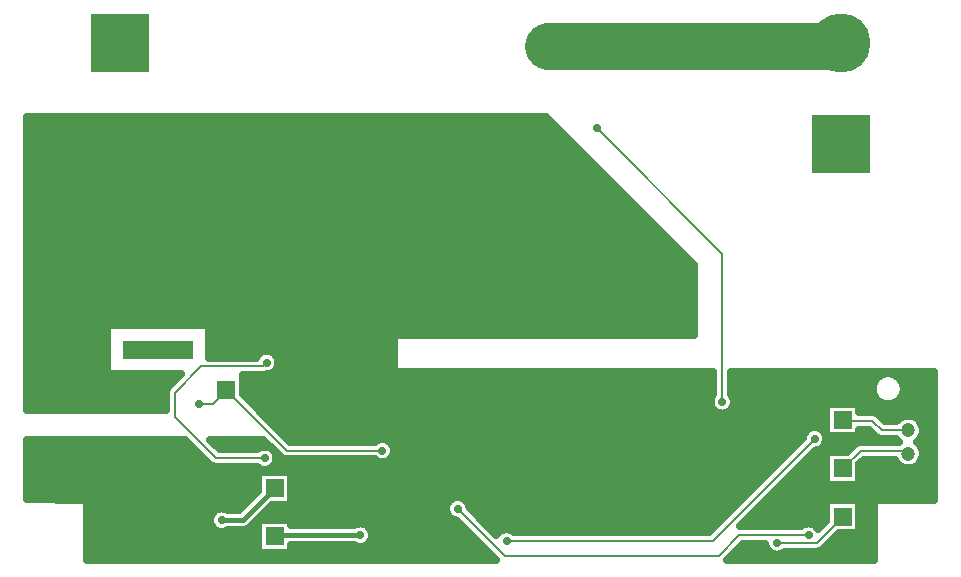
<source format=gbr>
G04 DipTrace 3.2.0.0*
G04 shoulder_mc_pcb_Bottom.gbr*
%MOMM*%
G04 #@! TF.FileFunction,Copper,L2,Bot*
G04 #@! TF.Part,Single*
G04 #@! TA.AperFunction,Conductor*
%ADD14C,0.4*%
%ADD15C,0.2*%
G04 #@! TA.AperFunction,ViaPad*
%ADD16C,2.0*%
G04 #@! TA.AperFunction,Conductor*
%ADD18C,4.0*%
%ADD19C,1.5*%
G04 #@! TA.AperFunction,CopperBalancing*
%ADD20C,0.635*%
%ADD21R,1.5X1.5*%
G04 #@! TA.AperFunction,ComponentPad*
%ADD23C,1.5*%
%ADD28R,1.2X1.2*%
%ADD29C,1.2*%
%ADD30R,5.0X5.0*%
%ADD31C,5.0*%
G04 #@! TA.AperFunction,ViaPad*
%ADD42C,0.7*%
%FSLAX35Y35*%
G04*
G71*
G90*
G75*
G01*
G04 Bottom*
%LPD*%
X1809560Y492073D2*
D14*
X1990823D1*
X2260000Y761250D1*
X7622377Y1253500D2*
D15*
X7398373D1*
X7318373Y1333500D1*
X7076500D1*
X7070000Y1340000D1*
X2984500Y365127D2*
D14*
X2267877D1*
X2260000Y357250D1*
X4572000Y4508500D2*
D18*
X7028500D1*
X7050000Y4530000D1*
X4222750Y317500D2*
D15*
X5967500D1*
X6830000Y1180000D1*
X6510000Y300000D2*
X6850000D1*
X7070000Y520000D1*
X2174647Y1015893D2*
X1761940D1*
X1412727Y1365107D1*
Y1571460D1*
X1634953Y1793687D1*
X2158773D1*
X2190520Y1825433D1*
X1047750Y1936750D2*
D19*
X1492250D1*
X6048373Y1492250D2*
D15*
Y2746377D1*
X4984750Y3810000D1*
X1619250Y1476377D2*
X1736377D1*
X1850000Y1590000D1*
X3170000Y1080000D2*
X2360000D1*
X1850000Y1590000D1*
X7070000Y930000D2*
X7219500Y1079500D1*
X7596377D1*
X7622377Y1053500D1*
X6778623Y365127D2*
X6191250D1*
X6016623Y190500D1*
X4206413D1*
X3809600Y587313D1*
D42*
X1619250Y1476377D3*
X6830000Y1180000D3*
X3170000Y1080000D3*
X4222750Y317500D3*
X6510000Y300000D3*
X1809560Y492073D3*
X2984500Y365127D3*
X6778623D3*
X3809600Y587313D3*
X2794000Y1270000D3*
X6048373Y1492250D3*
X4984750Y3810000D3*
X2174647Y1015893D3*
X2190520Y1825433D3*
X1381123Y1031877D3*
D16*
X4127067Y2381000D3*
X5539793Y2412747D3*
X4572000Y4508500D3*
D42*
X2508250Y1873250D3*
X2635250Y539750D3*
X4857750Y460377D3*
X5207000Y539750D3*
X5699123Y619127D3*
X6175373Y1016000D3*
X2476500Y1174750D3*
X165100Y3842083D2*
D20*
X4615673D1*
X165100Y3778917D2*
X4678840D1*
X165100Y3715750D2*
X4742003D1*
X165100Y3652583D2*
X4805167D1*
X165100Y3589417D2*
X4868330D1*
X165100Y3526250D2*
X4931497D1*
X165100Y3463083D2*
X4994660D1*
X165100Y3399917D2*
X5057823D1*
X165100Y3336750D2*
X5120987D1*
X165100Y3273583D2*
X5184150D1*
X165100Y3210417D2*
X5247317D1*
X165100Y3147250D2*
X5310480D1*
X165100Y3084083D2*
X5373643D1*
X165100Y3020917D2*
X5436807D1*
X165100Y2957750D2*
X5499970D1*
X165100Y2894583D2*
X5563137D1*
X165100Y2831417D2*
X5626300D1*
X165100Y2768250D2*
X5689463D1*
X165100Y2705083D2*
X5752627D1*
X165100Y2641917D2*
X5803943D1*
X165100Y2578750D2*
X5803943D1*
X165100Y2515583D2*
X5803943D1*
X165100Y2452417D2*
X5803943D1*
X165100Y2389250D2*
X5803943D1*
X165100Y2326083D2*
X5803943D1*
X165100Y2262917D2*
X5803943D1*
X165100Y2199750D2*
X5803943D1*
X165100Y2136583D2*
X832120D1*
X1707880D2*
X5803943D1*
X165100Y2073417D2*
X832120D1*
X1707880D2*
X5803943D1*
X165100Y2010250D2*
X832120D1*
X1707880D2*
X3263890D1*
X165100Y1947083D2*
X832120D1*
X1707880D2*
X3263800D1*
X165100Y1883917D2*
X832120D1*
X1707880D2*
X2103970D1*
X2277087D2*
X3263710D1*
X165100Y1820750D2*
X832120D1*
X2296043D2*
X3263617D1*
X165100Y1757583D2*
X832120D1*
X2269337D2*
X3270817D1*
X165100Y1694417D2*
X1424293D1*
X1995627D2*
X5967733D1*
X6129000D2*
X7350233D1*
X7554520D2*
X7835857D1*
X165100Y1631250D2*
X1361130D1*
X1995627D2*
X5967733D1*
X6129000D2*
X7316873D1*
X7587880D2*
X7835857D1*
X165100Y1568083D2*
X1332053D1*
X1995627D2*
X5967733D1*
X6129000D2*
X7318787D1*
X7585967D2*
X7835857D1*
X165100Y1504917D2*
X1332053D1*
X2046487D2*
X5943580D1*
X6153243D2*
X7358163D1*
X7546590D2*
X7835857D1*
X165100Y1441750D2*
X1332053D1*
X2109650D2*
X5956520D1*
X6140210D2*
X6924400D1*
X7215640D2*
X7835857D1*
X2172813Y1378583D2*
X6924400D1*
X7384717D2*
X7835857D1*
X2235980Y1315417D2*
X6924400D1*
X7736540D2*
X7835857D1*
X2299143Y1252250D2*
X6755507D1*
X7215640D2*
X7288253D1*
X7753037D2*
X7835857D1*
X2362307Y1189083D2*
X6724790D1*
X6935183D2*
X7354970D1*
X7734990D2*
X7835857D1*
X165147Y1125917D2*
X1540507D1*
X1763297D2*
X2202680D1*
X3264377D2*
X6664543D1*
X6919600D2*
X7154543D1*
X7729703D2*
X7835857D1*
X165147Y1062750D2*
X1603670D1*
X3274130D2*
X6601377D1*
X6824170D2*
X6924400D1*
X7752670D2*
X7835857D1*
X165147Y999583D2*
X1666833D1*
X2278910D2*
X3105387D1*
X3234573D2*
X6538213D1*
X6761003D2*
X6924400D1*
X7251003D2*
X7503997D1*
X7740730D2*
X7835857D1*
X165147Y936417D2*
X2108800D1*
X2240537D2*
X6475050D1*
X6697840D2*
X6924400D1*
X7215640D2*
X7574360D1*
X7670457D2*
X7835857D1*
X165147Y873250D2*
X2114360D1*
X2405600D2*
X6411793D1*
X6634677D2*
X6924400D1*
X7215640D2*
X7835857D1*
X165147Y810083D2*
X2114360D1*
X2405600D2*
X6348630D1*
X6571513D2*
X6924400D1*
X7215640D2*
X7835857D1*
X165147Y746917D2*
X2114360D1*
X2405600D2*
X6285467D1*
X6508350D2*
X7835857D1*
X165147Y683750D2*
X2056937D1*
X2405600D2*
X3779593D1*
X3839600D2*
X6222303D1*
X6445183D2*
X7835857D1*
X673100Y620583D2*
X1993773D1*
X2244910D2*
X3709687D1*
X3909507D2*
X6159137D1*
X6382020D2*
X6924400D1*
X7215640D2*
X7327900D1*
X673100Y557417D2*
X1728447D1*
X2181747D2*
X3708590D1*
X3950887D2*
X6095973D1*
X6318857D2*
X6924400D1*
X7215640D2*
X7327900D1*
X673100Y494250D2*
X1703930D1*
X2405600D2*
X3768657D1*
X4014053D2*
X6032810D1*
X6255693D2*
X6924400D1*
X7215640D2*
X7327900D1*
X673100Y431083D2*
X1724893D1*
X2055327D2*
X2114360D1*
X3065040D2*
X3854423D1*
X4077217D2*
X5969647D1*
X7215640D2*
X7327900D1*
X673100Y367917D2*
X2114360D1*
X3090107D2*
X3917590D1*
X7029337D2*
X7327900D1*
X673100Y304750D2*
X2114360D1*
X3069690D2*
X3980753D1*
X6966173D2*
X7327900D1*
X673100Y241583D2*
X2114360D1*
X2405600D2*
X4043917D1*
X6179130D2*
X6423370D1*
X6902280D2*
X7327900D1*
X673100Y178417D2*
X4107080D1*
X6115967D2*
X7327900D1*
X2144043Y900540D2*
X2399290D1*
Y621960D1*
X2239877D1*
X2045567Y427980D1*
X2034863Y420203D1*
X2023080Y414200D1*
X2010500Y410113D1*
X1997437Y408043D1*
X1862033Y407783D1*
X1847557Y400340D1*
X1832740Y395527D1*
X1817350Y393090D1*
X1801770D1*
X1786380Y395527D1*
X1771563Y400340D1*
X1757680Y407413D1*
X1745077Y416573D1*
X1734060Y427590D1*
X1724900Y440193D1*
X1717827Y454077D1*
X1713013Y468893D1*
X1710577Y484283D1*
Y499863D1*
X1713013Y515253D1*
X1717827Y530070D1*
X1724900Y543953D1*
X1734060Y556557D1*
X1745077Y567573D1*
X1757680Y576733D1*
X1771563Y583807D1*
X1786380Y588620D1*
X1801770Y591057D1*
X1817350D1*
X1832740Y588620D1*
X1847557Y583807D1*
X1861970Y576377D1*
X1955850Y576363D1*
X2120767Y741223D1*
X2120710Y900540D1*
X2144043D1*
X861793Y2146040D2*
X1701540D1*
Y1867953D1*
X2100800Y1867977D1*
X2110193Y1883793D1*
X2120310Y1895643D1*
X2132160Y1905760D1*
X2145443Y1913900D1*
X2159837Y1919863D1*
X2174987Y1923500D1*
X2190520Y1924723D1*
X2206053Y1923500D1*
X2221203Y1919863D1*
X2235597Y1913900D1*
X2248880Y1905760D1*
X2260730Y1895643D1*
X2270847Y1883793D1*
X2278987Y1870510D1*
X2284950Y1856117D1*
X2288587Y1840967D1*
X2289810Y1825433D1*
X2288587Y1809900D1*
X2284950Y1794750D1*
X2278987Y1780357D1*
X2270847Y1767073D1*
X2260730Y1755223D1*
X2248880Y1745107D1*
X2235597Y1736967D1*
X2221203Y1731003D1*
X2206053Y1727367D1*
X2189760Y1726173D1*
X2176117Y1721450D1*
X2164603Y1719627D1*
X1989333Y1719397D1*
X1989290Y1555840D1*
X2390740Y1154323D1*
X3104207Y1154290D1*
X3118120Y1164660D1*
X3132003Y1171733D1*
X3146820Y1176547D1*
X3162210Y1178983D1*
X3177790D1*
X3193180Y1176547D1*
X3207997Y1171733D1*
X3221880Y1164660D1*
X3234483Y1155500D1*
X3245500Y1144483D1*
X3254660Y1131880D1*
X3261733Y1117997D1*
X3266547Y1103180D1*
X3268983Y1087790D1*
Y1072210D1*
X3266547Y1056820D1*
X3261733Y1042003D1*
X3254660Y1028120D1*
X3245500Y1015517D1*
X3234483Y1004500D1*
X3221880Y995340D1*
X3207997Y988267D1*
X3193180Y983453D1*
X3177790Y981017D1*
X3162210D1*
X3146820Y983453D1*
X3132003Y988267D1*
X3118120Y995340D1*
X3104197Y1005720D1*
X2354170Y1005940D1*
X2342657Y1007763D1*
X2331570Y1011363D1*
X2321183Y1016657D1*
X2311753Y1023510D1*
X2160200Y1174737D1*
X1708163Y1174750D1*
X1792727Y1090167D1*
X2108750Y1090183D1*
X2122767Y1100553D1*
X2136650Y1107627D1*
X2151467Y1112440D1*
X2166857Y1114877D1*
X2182437D1*
X2197827Y1112440D1*
X2212643Y1107627D1*
X2226527Y1100553D1*
X2239130Y1091393D1*
X2250147Y1080377D1*
X2259307Y1067773D1*
X2266380Y1053890D1*
X2271193Y1039073D1*
X2273630Y1023683D1*
Y1008103D1*
X2271193Y992713D1*
X2266380Y977897D1*
X2259307Y964013D1*
X2250147Y951410D1*
X2239130Y940393D1*
X2226527Y931233D1*
X2212643Y924160D1*
X2197827Y919347D1*
X2182437Y916910D1*
X2166857D1*
X2151467Y919347D1*
X2136650Y924160D1*
X2122767Y931233D1*
X2108843Y941613D1*
X1756110Y941833D1*
X1744597Y943657D1*
X1733510Y947257D1*
X1723123Y952550D1*
X1713693Y959403D1*
X1560917Y1111853D1*
X1498077Y1174693D1*
X158683Y1174750D1*
X158750Y666827D1*
X637490Y666653D1*
X644810Y665197D1*
X651590Y662070D1*
X657450Y657450D1*
X662070Y651590D1*
X665197Y644810D1*
X666653Y637490D1*
X666750Y158763D1*
X4133087Y158750D1*
X3803597Y488253D1*
X3786420Y490767D1*
X3771603Y495580D1*
X3757720Y502653D1*
X3745117Y511813D1*
X3734100Y522830D1*
X3724940Y535433D1*
X3717867Y549317D1*
X3713053Y564133D1*
X3710617Y579523D1*
Y595103D1*
X3713053Y610493D1*
X3717867Y625310D1*
X3724940Y639193D1*
X3734100Y651797D1*
X3745117Y662813D1*
X3757720Y671973D1*
X3771603Y679047D1*
X3786420Y683860D1*
X3801810Y686297D1*
X3817390D1*
X3832780Y683860D1*
X3847597Y679047D1*
X3861480Y671973D1*
X3874083Y662813D1*
X3885100Y651797D1*
X3894260Y639193D1*
X3901333Y625310D1*
X3906147Y610493D1*
X3908653Y593307D1*
X4136107Y365867D1*
X4142423Y375860D1*
X4152540Y387710D1*
X4164390Y397827D1*
X4177673Y405967D1*
X4192067Y411930D1*
X4207217Y415567D1*
X4222750Y416790D1*
X4238283Y415567D1*
X4253433Y411930D1*
X4267827Y405967D1*
X4281110Y397827D1*
X4288553Y391780D1*
X5936747Y391790D1*
X6730840Y1185903D1*
X6733453Y1203180D1*
X6738267Y1217997D1*
X6745340Y1231880D1*
X6754500Y1244483D1*
X6765517Y1255500D1*
X6778120Y1264660D1*
X6792003Y1271733D1*
X6806820Y1276547D1*
X6822210Y1278983D1*
X6837790D1*
X6853180Y1276547D1*
X6867997Y1271733D1*
X6881880Y1264660D1*
X6894483Y1255500D1*
X6905500Y1244483D1*
X6914660Y1231880D1*
X6921733Y1217997D1*
X6926547Y1203180D1*
X6928983Y1187790D1*
Y1172210D1*
X6926547Y1156820D1*
X6921733Y1142003D1*
X6914660Y1128120D1*
X6905500Y1115517D1*
X6894483Y1104500D1*
X6881880Y1095340D1*
X6867997Y1088267D1*
X6853180Y1083453D1*
X6835993Y1080947D1*
X6194530Y439467D1*
X6712697Y439417D1*
X6726743Y449787D1*
X6740627Y456860D1*
X6755443Y461673D1*
X6770833Y464110D1*
X6786413D1*
X6801803Y461673D1*
X6816620Y456860D1*
X6830503Y449787D1*
X6843107Y440627D1*
X6854123Y429610D1*
X6862757Y417790D1*
X6930687Y485750D1*
X6930710Y659290D1*
X7209290D1*
Y380710D1*
X7035840D1*
X6898247Y243510D1*
X6888817Y236657D1*
X6878430Y231363D1*
X6867343Y227763D1*
X6855830Y225940D1*
X6640000Y225710D1*
X6575923D1*
X6561880Y215340D1*
X6547997Y208267D1*
X6533180Y203453D1*
X6517790Y201017D1*
X6502210D1*
X6486820Y203453D1*
X6472003Y208267D1*
X6458120Y215340D1*
X6445517Y224500D1*
X6434500Y235517D1*
X6425340Y248120D1*
X6418267Y262003D1*
X6413453Y276820D1*
X6411177Y290850D1*
X6221997Y290837D1*
X6089940Y158753D1*
X7334310Y158750D1*
X7334640Y639967D1*
X7336667Y647150D1*
X7340313Y653663D1*
X7345380Y659143D1*
X7351587Y663290D1*
X7358587Y665873D1*
X7366000Y666750D1*
X7842237D1*
X7842250Y1746160D1*
X6122657Y1746233D1*
X6122663Y1558110D1*
X6133033Y1544130D1*
X6140107Y1530247D1*
X6144920Y1515430D1*
X6147357Y1500040D1*
Y1484460D1*
X6144920Y1469070D1*
X6140107Y1454253D1*
X6133033Y1440370D1*
X6123873Y1427767D1*
X6112857Y1416750D1*
X6100253Y1407590D1*
X6086370Y1400517D1*
X6071553Y1395703D1*
X6056163Y1393267D1*
X6040583D1*
X6025193Y1395703D1*
X6010377Y1400517D1*
X5996493Y1407590D1*
X5983890Y1416750D1*
X5972873Y1427767D1*
X5963713Y1440370D1*
X5956640Y1454253D1*
X5951827Y1469070D1*
X5949390Y1484460D1*
Y1500040D1*
X5951827Y1515430D1*
X5956640Y1530247D1*
X5963713Y1544130D1*
X5974093Y1558053D1*
X5974083Y1746273D1*
X3299120Y1746163D1*
X3291800Y1747630D1*
X3285027Y1750763D1*
X3279173Y1755393D1*
X3274560Y1761260D1*
X3271443Y1768043D1*
X3269997Y1775367D1*
X3270347Y2034490D1*
X3271803Y2041810D1*
X3274930Y2048590D1*
X3279550Y2054450D1*
X3285410Y2059070D1*
X3292190Y2062197D1*
X3299510Y2063653D1*
X5810243Y2063750D1*
X5810250Y2653887D1*
X4558900Y3905200D1*
X158810Y3905250D1*
X158750Y1428757D1*
X1338420Y1428750D1*
X1338667Y1577290D1*
X1340490Y1588803D1*
X1344090Y1599890D1*
X1349383Y1610277D1*
X1356237Y1619707D1*
X1463637Y1727433D1*
X838460Y1727460D1*
Y2146040D1*
X861793D1*
X6954043Y1479290D2*
X7209290D1*
Y1407740D1*
X7324203Y1407560D1*
X7335717Y1405737D1*
X7346803Y1402137D1*
X7357190Y1396843D1*
X7366620Y1389990D1*
X7429103Y1327833D1*
X7522787Y1327790D1*
X7534490Y1341387D1*
X7549320Y1354053D1*
X7565950Y1364243D1*
X7583970Y1371707D1*
X7602933Y1376260D1*
X7622377Y1377790D1*
X7641820Y1376260D1*
X7660783Y1371707D1*
X7678803Y1364243D1*
X7695433Y1354053D1*
X7710263Y1341387D1*
X7722930Y1326557D1*
X7733120Y1309927D1*
X7740583Y1291907D1*
X7745137Y1272943D1*
X7746667Y1253500D1*
X7745137Y1234057D1*
X7740583Y1215093D1*
X7733120Y1197073D1*
X7722930Y1180443D1*
X7710263Y1165613D1*
X7696180Y1153537D1*
X7710263Y1141387D1*
X7722930Y1126557D1*
X7733120Y1109927D1*
X7740583Y1091907D1*
X7745137Y1072943D1*
X7746667Y1053500D1*
X7745137Y1034057D1*
X7740583Y1015093D1*
X7733120Y997073D1*
X7722930Y980443D1*
X7710263Y965613D1*
X7695433Y952947D1*
X7678803Y942757D1*
X7660783Y935293D1*
X7641820Y930740D1*
X7622377Y929210D1*
X7602933Y930740D1*
X7583970Y935293D1*
X7565950Y942757D1*
X7549320Y952947D1*
X7534490Y965613D1*
X7521823Y980443D1*
X7511633Y997073D1*
X7507883Y1005210D1*
X7250297D1*
X7209320Y964260D1*
X7209290Y790710D1*
X6930710D1*
Y1069290D1*
X7104160D1*
X7171253Y1135990D1*
X7180683Y1142843D1*
X7191070Y1148137D1*
X7202157Y1151737D1*
X7213670Y1153560D1*
X7429500Y1153790D1*
X7548263D1*
X7534490Y1165613D1*
X7522790Y1179217D1*
X7392543Y1179440D1*
X7381030Y1181263D1*
X7369943Y1184863D1*
X7359557Y1190157D1*
X7350127Y1197010D1*
X7287643Y1259167D1*
X7209273Y1259210D1*
X7209290Y1200710D1*
X6930710D1*
Y1479290D1*
X6954043D1*
X2144043Y496540D2*
X2399290D1*
Y449417D1*
X2932620Y449787D1*
X2946503Y456860D1*
X2961320Y461673D1*
X2976710Y464110D1*
X2992290D1*
X3007680Y461673D1*
X3022497Y456860D1*
X3036380Y449787D1*
X3048983Y440627D1*
X3060000Y429610D1*
X3069160Y417007D1*
X3076233Y403123D1*
X3081047Y388307D1*
X3083483Y372917D1*
Y357337D1*
X3081047Y341947D1*
X3076233Y327130D1*
X3069160Y313247D1*
X3060000Y300643D1*
X3048983Y289627D1*
X3036380Y280467D1*
X3022497Y273393D1*
X3007680Y268580D1*
X2992290Y266143D1*
X2976710D1*
X2961320Y268580D1*
X2946503Y273393D1*
X2932090Y280823D1*
X2399253Y280837D1*
X2399290Y217960D1*
X2120710D1*
Y496540D1*
X2144043D1*
X7584053Y1593137D2*
X7580810Y1572667D1*
X7574407Y1552953D1*
X7564997Y1534487D1*
X7552813Y1517720D1*
X7538157Y1503063D1*
X7521390Y1490880D1*
X7502923Y1481470D1*
X7483210Y1475067D1*
X7462740Y1471823D1*
X7442013D1*
X7421543Y1475067D1*
X7401830Y1481470D1*
X7383363Y1490880D1*
X7366597Y1503063D1*
X7351940Y1517720D1*
X7339757Y1534487D1*
X7330347Y1552953D1*
X7323943Y1572667D1*
X7320700Y1593137D1*
Y1613863D1*
X7323943Y1634333D1*
X7330347Y1654047D1*
X7339757Y1672513D1*
X7351940Y1689280D1*
X7366597Y1703937D1*
X7383363Y1716120D1*
X7401830Y1725530D1*
X7421543Y1731933D1*
X7442013Y1735177D1*
X7462740D1*
X7483210Y1731933D1*
X7502923Y1725530D1*
X7521390Y1716120D1*
X7538157Y1703937D1*
X7552813Y1689280D1*
X7564997Y1672513D1*
X7574407Y1654047D1*
X7580810Y1634333D1*
X7584053Y1613863D1*
Y1593137D1*
D21*
X2260000Y761250D3*
X1047750Y1936750D3*
D23*
Y2436750D3*
D21*
X7070000Y1340000D3*
X2260000Y357250D3*
D28*
X7622377Y1453500D3*
D29*
Y1253500D3*
Y1053500D3*
D30*
X950000Y4530000D3*
D31*
Y3680000D3*
D30*
X7050000D3*
D31*
Y4530000D3*
D21*
X1850000Y1590000D3*
X7070000Y520000D3*
Y930000D3*
X1492250Y1936750D3*
M02*

</source>
